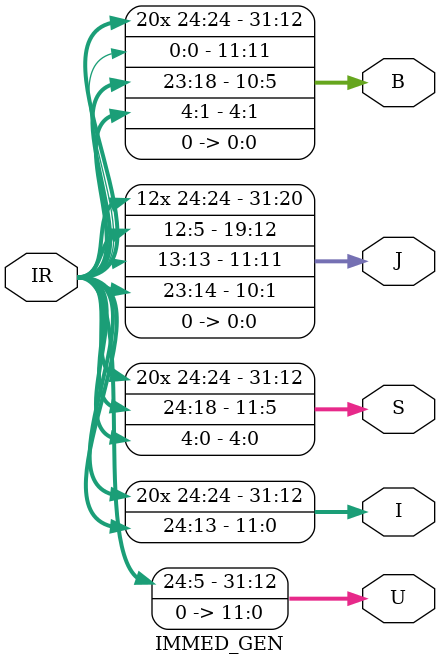
<source format=sv>
`timescale 1ns / 1ps


module IMMED_GEN(
    input logic[24:0] IR,
    output logic[31:0] U, I, S, J, B
    );
    //U 31:12 == 24:5
    //I 31 = 24, 30:25 = 23:18, 24:20 = 18:13
    //S 31 = 24, 30:25 = 23:18, 11:7 = 4:0
    //B 31 = 24, 7 = 0, 30:25 = 23:18, 11:8 = 4:1
    //J 31 = 24, 19:12 = 12:5, 20 = 13, 30:21 = 23:14
    always_comb begin
        U = {IR[24:5],12'b0};
        I = {{21{IR[24]}},IR[23:18], IR[17:13]};
        S = {{21{IR[24]}}, IR[23:18], IR[4:0]};
        B = {{20{IR[24]}}, IR[0], IR[23:18], IR[4:1], 1'b0};
        J = {{12{IR[24]}}, IR[12:5], IR[13], IR[23:14], 1'b0};
    end       
endmodule

</source>
